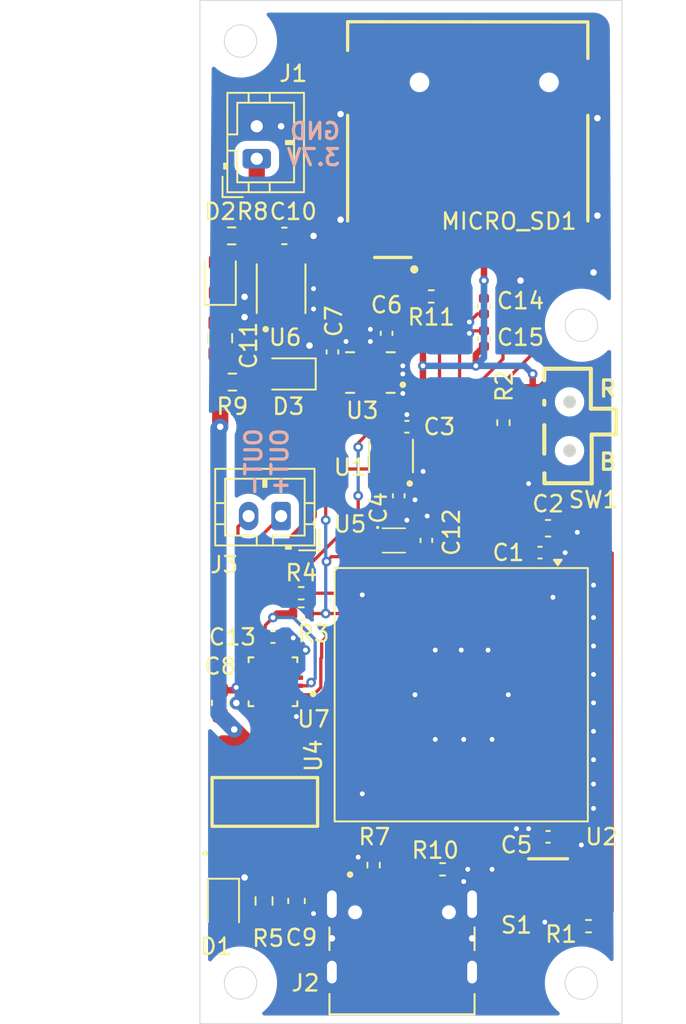
<source format=kicad_pcb>
(kicad_pcb (version 20241229) (generator "pcbnew") (generator_version "9.0")
  (layers (0 "F.Cu" signal) (2 "B.Cu" power) (13 "F.Paste" user) (15 "B.Paste" user) (5 "F.SilkS" user "F.Silkscreen") (7 "B.SilkS" user "B.Silkscreen") (1 "F.Mask" user) (3 "B.Mask" user) (25 "Edge.Cuts" user))
  (net 0 "")
  (net 1 "GND")
  (net 2 "+3.3V")
  (net 3 "/EN")
  (net 4 "Net-(J1-Pin_1)")
  (net 5 "Net-(D1-A)")
  (net 6 "Net-(D2-A)")
  (net 7 "Net-(D3-A)")
  (net 8 "/USB 5V")
  (net 9 "/D+")
  (net 10 "/D-")
  (net 13 "Net-(J2-CC1)")
  (net 14 "Net-(J2-CC2)")
  (net 15 "/OUT+")
  (net 16 "/OUT-")
  (net 17 "/MOSI")
  (net 20 "/SCK")
  (net 21 "/CD")
  (net 22 "/BOOT")
  (net 23 "Net-(SW1-B)")
  (net 27 "/IO14")
  (net 31 "/IO12")
  (net 43 "/IO13")
  (net 57 "/IO16")
  (net 58 "/IO15")
  (net 61 "/MISO")
  (footprint "Capacitor_SMD:C_0402_1005Metric" (layer "F.Cu") (at 153.75 65 180)
    (property "Reference" "C3")
    (property "Value" "100nF")
  )
  (footprint "Capacitor_SMD:C_0603_1608Metric" (layer "F.Cu") (at 162.45 71.25 180)
    (property "Reference" "C2")
    (property "Value" "10uF")
  )
  (footprint "Capacitor_SMD:C_0603_1608Metric" (layer "F.Cu") (at 142.25 82 90)
    (property "Reference" "C8")
    (property "Value" "10uF")
  )
  (footprint "Resistor_SMD:R_0402_1005Metric" (layer "F.Cu") (at 164.94 95.75)
    (property "Reference" "R1")
    (property "Value" "10k")
  )
  (footprint "2FOOTPRINTS:SHT4X" (layer "F.Cu") (at 152.95 72)
    (property "Reference" "U5")
    (property "Value" "SHT40-AD1B-R3")
  )
  (footprint "Capacitor_SMD:C_0603_1608Metric" (layer "F.Cu") (at 146.95 94.2 -90)
    (property "Reference" "C9")
    (property "Value" "10uF")
  )
  (footprint "LED_SMD:LED_0805_2012Metric" (layer "F.Cu") (at 142.45 94.5125 -90)
    (property "Reference" "D1")
    (property "Value" "LED")
  )
  (footprint "2FOOTPRINTS:XDCR_BMP280" (layer "F.Cu") (at 152.775 66.8 -90)
    (property "Reference" "U1")
    (property "Value" "BMP280")
  )
  (footprint "Resistor_SMD:R_0603_1608Metric" (layer "F.Cu") (at 142.95 53.25 180)
    (property "Reference" "R8")
    (property "Value" "220")
  )
  (footprint "RF_Module:ESP32-S2-MINI-1U" (layer "F.Cu") (at 157.1 81.5 -90)
    (property "Reference" "U2")
    (property "Value" "ESP32-S3-MINI-1U-N8")
  )
  (footprint "2FOOTPRINTS:XDCR_LSM6DSO32TR" (layer "F.Cu") (at 151.5 61.6625 180)
    (property "Reference" "U3")
    (property "Value" "LSM6DSO32TR")
  )
  (footprint "Capacitor_SMD:C_0402_1005Metric" (layer "F.Cu") (at 162.45 90.25)
    (property "Reference" "C5")
    (property "Value" "100nF")
  )
  (footprint "TYPE-C_16PIN_2MD__073_:SHOUHAN_TYPE-C_16PIN_2MD__073_" (layer "F.Cu") (at 153.45 97.5)
    (property "Reference" "J2")
    (property "Value" "C393939")
  )
  (footprint "Resistor_SMD:R_0402_1005Metric" (layer "F.Cu") (at 147.24 76.5)
    (property "Reference" "R3")
    (property "Value" "4k7")
  )
  (footprint "Capacitor_SMD:C_0402_1005Metric" (layer "F.Cu") (at 149.1625 60.3925 90)
    (property "Reference" "C7")
    (property "Value" "100nF")
  )
  (footprint "Capacitor_SMD:C_0402_1005Metric" (layer "F.Cu") (at 158.5 57.5762 90)
    (property "Reference" "C14")
    (property "Value" "100nF")
  )
  (footprint "Resistor_SMD:R_0402_1005Metric" (layer "F.Cu") (at 155.95 92.25)
    (property "Reference" "R10")
    (property "Value" "5k1")
  )
  (footprint "2FOOTPRINTS:TF-01A" (layer "F.Cu") (at 157.5 47.3262 180)
    (property "Reference" "MICRO_SD1")
    (property "Value" "C91145")
  )
  (footprint "Capacitor_SMD:C_0402_1005Metric" (layer "F.Cu") (at 158.5 59.5762 -90)
    (property "Reference" "C15")
    (property "Value" "1uF")
  )
  (footprint "2FOOTPRINTS:SW-SMD_SSSS810701" (layer "F.Cu") (at 161.770784 65.022284 90)
    (property "Reference" "SW1")
    (property "Value" "SSSS810701")
    (fp_poly (pts (xy -1.053422 1.94779) (xy -1.080448 1.846927) (xy -1.132659 1.756495) (xy -1.206495 1.682659) (xy -1.296927 1.630448) (xy -1.39779 1.603422) (xy -1.50221 1.603422) (xy -1.603073 1.630448) (xy -1.693505 1.682659) (xy -1.767341 1.756495) (xy -1.819552 1.846927) (xy -1.846578 1.94779) (xy -1.846578 2.05221) (xy -1.819552 2.153073) (xy -1.767341 2.243505) (xy -1.693505 2.317341) (xy -1.603073 2.369552) (xy -1.50221 2.396578) (xy -1.39779 2.396578) (xy -1.296927 2.369552) (xy -1.206495 2.317341) (xy -1.132659 2.243505) (xy -1.080448 2.153073) (xy -1.053422 2.05221)) (fill yes) (layer "Edge.Cuts"))
    (fp_poly (pts (xy 1.949078 1.95079) (xy 1.922052 1.849927) (xy 1.869841 1.759495) (xy 1.796005 1.685659) (xy 1.705573 1.633448) (xy 1.60471 1.606422) (xy 1.50029 1.606422) (xy 1.399427 1.633448) (xy 1.308995 1.685659) (xy 1.235159 1.759495) (xy 1.182948 1.849927) (xy 1.155922 1.95079) (xy 1.155922 2.05521) (xy 1.182948 2.156073) (xy 1.235159 2.246505) (xy 1.308995 2.320341) (xy 1.399427 2.372552) (xy 1.50029 2.399578) (xy 1.60471 2.399578) (xy 1.705573 2.372552) (xy 1.796005 2.320341) (xy 1.869841 2.246505) (xy 1.922052 2.156073) (xy 1.949078 2.05521)) (fill yes) (layer "Edge.Cuts"))
  )
  (footprint "2FOOTPRINTS:QFN50P300X300X80-17N" (layer "F.Cu") (at 145.5 80.7 180)
    (property "Reference" "U7")
    (property "Value" "MAX98357AETE_T")
  )
  (footprint "Resistor_SMD:R_0603_1608Metric" (layer "F.Cu") (at 143 62.25)
    (property "Reference" "R9")
    (property "Value" "220")
  )
  (footprint "2FOOTPRINTS:SOT230P700X180-4N" (layer "F.Cu") (at 145 88.1 90)
    (property "Reference" "U4")
    (property "Value" "LD1117S33TR")
  )
  (footprint "Resistor_SMD:R_0402_1005Metric" (layer "F.Cu") (at 159.7 64.75 -90)
    (property "Reference" "R2")
    (property "Value" "10k")
  )
  (footprint "Capacitor_SMD:C_0402_1005Metric" (layer "F.Cu") (at 145.5 77.95)
    (property "Reference" "C13")
    (property "Value" "100nF")
  )
  (footprint "Connector_JST:JST_PH_B2B-PH-K_1x02_P2.00mm_Vertical" (layer "F.Cu") (at 144.5 48.5 90)
    (property "Reference" "J1")
    (property "Value" "B2B-PH-K-S(LF)(SN)")
  )
  (footprint "Resistor_SMD:R_0402_1005Metric" (layer "F.Cu") (at 151.7 91.99 -90)
    (property "Reference" "R7")
    (property "Value" "5k1")
  )
  (footprint "Capacitor_SMD:C_0402_1005Metric" (layer "F.Cu") (at 153.25 69.25 -90)
    (property "Reference" "C4")
    (property "Value" "100nF")
  )
  (footprint "Resistor_SMD:R_0402_1005Metric" (layer "F.Cu") (at 155.25 56.9762)
    (property "Reference" "R11")
    (property "Value" "10k")
  )
  (footprint "LED_SMD:LED_0805_2012Metric" (layer "F.Cu") (at 146.45 61.75 180)
    (property "Reference" "D3")
    (property "Value" "LED")
  )
  (footprint "Resistor_SMD:R_0402_1005Metric" (layer "F.Cu") (at 147.24 75.25)
    (property "Reference" "R4")
    (property "Value" "4k7")
  )
  (footprint "Capacitor_SMD:C_0603_1608Metric" (layer "F.Cu") (at 146.2 53.25 180)
    (property "Reference" "C10")
    (property "Value" "10uF")
  )
  (footprint "Capacitor_SMD:C_0402_1005Metric" (layer "F.Cu") (at 154.95 72 90)
    (property "Reference" "C12")
    (property "Value" "100nF")
  )
  (footprint "Connector_JST:JST_PH_B2B-PH-K_1x02_P2.00mm_Vertical" (layer "F.Cu") (at 146 70.5 180)
    (property "Reference" "J3")
    (property "Value" "B2B-PH-K-S(LF)(SN)")
  )
  (footprint "Capacitor_SMD:C_0402_1005Metric" (layer "F.Cu") (at 152.5 59.25 90)
    (property "Reference" "C6")
    (property "Value" "100nF")
  )
  (footprint "Resistor_SMD:R_0603_1608Metric" (layer "F.Cu") (at 144.95 94.2 -90)
    (property "Reference" "R5")
    (property "Value" "330")
  )
  (footprint "Capacitor_SMD:C_0805_2012Metric" (layer "F.Cu") (at 142.25 59.55 -90)
    (property "Reference" "C11")
    (property "Value" "22uF")
  )
  (footprint "Capacitor_SMD:C_0402_1005Metric" (layer "F.Cu") (at 161.95 72.75 180)
    (property "Reference" "C1")
    (property "Value" "100nF")
  )
  (footprint "2FOOTPRINTS:SW_KMR221GLFS" (layer "F.Cu") (at 162.45 93 180)
    (property "Reference" "S1")
    (property "Value" "KMR221GLFS")
  )
  (footprint "LED_SMD:LED_0805_2012Metric" (layer "F.Cu") (at 142.25 55.8125 90)
    (property "Reference" "D2")
    (property "Value" "LED")
  )
  (footprint "2FOOTPRINTS:SON95P300X300X100-7N" (layer "F.Cu") (at 146 56.5 90)
    (property "Reference" "U6")
    (property "Value" "LD39200PU33R")
  )
  (gr_circle (center 143.5 41.25) (end 143.5 40.25) (stroke (width 0.05)) (fill no) (layer "Edge.Cuts"))
  (gr_circle (center 143.5 99.25) (end 143.5 98.25) (stroke (width 0.05)) (fill no) (layer "Edge.Cuts"))
  (gr_circle (center 164.5 58.75) (end 164.5 57.75) (stroke (width 0.05)) (fill no) (layer "Edge.Cuts"))
  (gr_circle (center 164.5 99.25) (end 165.5 99.25) (stroke (width 0.05)) (fill no) (layer "Edge.Cuts"))
  (gr_rect (start 141 38.75) (end 167 101.75) (stroke (width 0.05)) (fill no) (layer "Edge.Cuts"))
  (gr_text "B" (at 165.5 67.75 0) (layer "F.SilkS") (effects (font (size 1 1) (thickness 0.2) (bold yes)) (justify left bottom)))
  (gr_text "R" (at 165.5 63.25 0) (layer "F.SilkS") (effects (font (size 1 1) (thickness 0.2) (bold yes)) (justify left bottom)))
  (gr_text "GND\n3.7V" (at 149.75 49 0) (layer "B.SilkS") (effects (font (size 1 1) (thickness 0.2) (bold yes)) (justify left bottom mirror)))
  (gr_text "OUT-\nOUT+" (at 146.5 65 90) (layer "B.SilkS") (effects (font (size 1 1) (thickness 0.2) (bold yes)) (justify left bottom mirror)))
  (segment (start 160.5 89.75) (end 161.25 89.75) (width 0.25) (layer "F.Cu") (net 1))
  (segment (start 143.4 58.6) (end 143.75 58.25) (width 0.4) (layer "F.Cu") (net 1))
  (segment (start 162.45 95.3) (end 162.25 95.5) (width 0.25) (layer "F.Cu") (net 1))
  (segment (start 145.75 80.95) (end 145.5 80.7) (width 0.2) (layer "F.Cu") (net 1))
  (segment (start 151.73 58.77) (end 151.5 59) (width 0.2) (layer "F.Cu") (net 1))
  (segment (start 153.5 61.75) (end 153.5 61.825) (width 0.2) (layer "F.Cu") (net 1))
  (segment (start 149.1625 59.9125) (end 149.8375 59.9125) (width 0.2) (layer "F.Cu") (net 1))
  (segment (start 157.7538 59.0962) (end 157.6 59.25) (width 0.2) (layer "F.Cu") (net 1))
  (segment (start 159.05 92.2) (end 159 92.25) (width 0.2) (layer "F.Cu") (net 1))
  (segment (start 153.5 61.825) (end 153.4125 61.9125) (width 0.2) (layer "F.Cu") (net 1))
  (segment (start 149.6638 44.0262) (end 149.6638 45.75) (width 1) (layer "F.Cu") (net 1))
  (segment (start 162.2 72.98) (end 162.43 72.75) (width 0.2) (layer "F.Cu") (net 1))
  (segment (start 151 60.75) (end 151 60) (width 0.2) (layer "F.Cu") (net 1))
  (segment (start 147.8375 59.9125) (end 147.75 60) (width 0.2) (layer "F.Cu") (net 1))
  (segment (start 165.4886 44.0262) (end 165.4886 46) (width 1) (layer "F.Cu") (net 1))
  (segment (start 159 84.25) (end 158.75 84) (width 0.4) (layer "F.Cu") (net 1))
  (segment (start 157.25 93) (end 157.25 92.5) (width 0.2) (layer "F.Cu") (net 1))
  (segment (start 143.5 56.75) (end 143.75 57) (width 0.4) (layer "F.Cu") (net 1))
  (segment (start 160.7702 54.5) (end 160.7702 55.9798) (width 0.2) (layer "F.Cu") (net 1))
  (segment (start 161.35 88.5) (end 161.35 89.65) (width 0.2) (layer "F.Cu") (net 1))
  (segment (start 164.0702 54.5) (end 164.25 54.5) (width 0.4) (layer "F.Cu") (net 1))
  (segment (start 160.5 88.5) (end 160.5 89.75) (width 0.25) (layer "F.Cu") (net 1))
  (segment (start 155.45 78.8) (end 155.5 78.75) (width 0.4) (layer "F.Cu") (net 1))
  (segment (start 151.7 91.48) (end 150.77 91.48) (width 0.2) (layer "F.Cu") (net 1))
  (segment (start 156.65 93.83) (end 156.65 93.6) (width 0.2) (layer "F.Cu") (net 1))
  (segment (start 153.65 71.6) (end 153.65 70.85) (width 0.2) (layer "F.Cu") (net 1))
  (segment (start 158.75 83.15) (end 155.45 83.15) (width 0.4) (layer "F.Cu") (net 1))
  (segment (start 146.03 78) (end 145.98 77.95) (width 0.2) (layer "F.Cu") (net 1))
  (segment (start 145.75 82.135) (end 145.75 82.596842) (width 0.2) (layer "F.Cu") (net 1))
  (segment (start 146.95 94.975) (end 148 94.975) (width 0.4) (layer "F.Cu") (net 1))
  (segment (start 150.1 74.5) (end 150.149998 74.5) (width 0.2) (layer "F.Cu") (net 1))
  (segment (start 158.5 58.0562) (end 158.093065 58.0562) (width 0.2) (layer "F.Cu") (net 1))
  (segment (start 162.43 72.75) (end 163.5 72.75) (width 0.2) (layer "F.Cu") (net 1))
  (segment (start 154.95 70.55) (end 155 70.5) (width 0.2) (layer "F.Cu") (net 1))
  (segment (start 149.6638 52.25) (end 149.6638 52.9512) (width 1) (layer "F.Cu") (net 1))
  (segment (start 155.45 79.85) (end 155.45 78.8) (width 0.4) (layer "F.Cu") (net 1))
  (segment (start 161.35 88.5) (end 161.35 88.3) (width 0.2) (layer "F.Cu") (net 1))
  (segment (start 158.093065 58.0562) (end 157.6 58.549265) (width 0.2) (layer "F.Cu") (net 1))
  (segment (start 154.75 70.25) (end 154.25 70.25) (width 0.2) (layer "F.Cu") (net 1))
  (segment (start 161.35 89.65) (end 161.25 89.75) (width 0.2) (layer "F.Cu") (net 1))
  (segment (start 154.25 70.25) (end 153.75 70.75) (width 0.2) (layer "F.Cu") (net 1))
  (segment (start 165.4886 46) (end 165.4886 52) (width 1) (layer "F.Cu") (net 1))
  (segment (start 157.25 93) (end 157.25 93.875) (width 0.2) (layer "F.Cu") (net 1))
  (segment (start 146.935 79.315) (end 147.5 78.75) (width 0.2) (layer "F.Cu") (net 1))
  (segment (start 164.1 74.5) (end 163.05 74.5) (width 0.2) (layer "F.Cu") (net 1))
  (segment (start 163.225 71.25) (end 163.225 72.475) (width 0.2) (layer "F.Cu") (net 1))
  (segment (start 149.8375 59.9125) (end 150 59.75) (width 0.2) (layer "F.Cu") (net 1))
  (segment (start 153.4125 61.9125) (end 152.6625 61.9125) (width 0.2) (layer "F.Cu") (net 1))
  (segment (start 153.25 69.73) (end 154.02 69.73) (width 0.2) (layer "F.Cu") (net 1))
  (segment (start 142.25 81.225) (end 143.061432 81.225) (width 0.4) (layer "F.Cu") (net 1))
  (segment (start 144.5 46.5) (end 146 46.5) (width 1) (layer "F.Cu") (net 1))
  (segment (start 155.45 83.15) (end 155.45 79.85) (width 0.4) (layer "F.Cu") (net 1))
  (segment (start 146.75 46.5) (end 148.9138 46.5) (width 1) (layer "F.Cu") (net 1))
  (segment (start 162.2 75.3) (end 162.2 74.5) (width 0.2) (layer "F.Cu") (net 1))
  (segment (start 161.75 90.25) (end 161.25 89.75) (width 0.25) (layer "F.Cu") (net 1))
  (segment (start 158.75 81.5) (end 160 81.5) (width 0.4) (layer "F.Cu") (net 1))
  (segment (start 153.1 65.17) (end 153.27 65) (width 0.2) (layer "F.Cu") (net 1))
  (segment (start 160.35 92.25) (end 160.4 92.2) (width 0.2) (layer "F.Cu") (net 1))
  (segment (start 144.065 80.95) (end 143.336432 80.95) (width 0.2) (layer "F.Cu") (net 1))
  (segment (start 143.236433 82.005891) (end 143.240268 82.009726) (width 0.2) (layer "F.Cu") (net 1))
  (segment (start 163.225 72.475) (end 163.5 72.75) (width 0.2) (layer "F.Cu") (net 1))
  (segment (start 154.95 71.52) (end 154.95 70.55) (width 0.2) (layer "F.Cu") (net 1))
  (segment (start 153.3375 61.4125) (end 153.5 61.25) (width 0.2) (layer "F.Cu") (net 1))
  (segment (start 164.5 92.2) (end 164.5 90.75) (width 0.25) (layer "F.Cu") (net 1))
  (segment (start 164.7148 54.5) (end 165.4886 53.7262) (width 0.4) (layer "F.Cu") (net 1))
  (segment (start 155 70.5) (end 154.75 70.25) (width 0.2) (layer "F.Cu") (net 1))
  (segment (start 155.45 81.5) (end 154.25 81.5) (width 0.4) (layer "F.Cu") (net 1))
  (segment (start 146.935 79.95) (end 146.935 80.45) (width 0.2) (layer "F.Cu") (net 1))
  (segment (start 147.3875 60.3625) (end 147.75 60) (width 0.4) (layer "F.Cu") (net 1))
  (segment (start 156.46 93.64) (end 156.65 93.83) (width 0.2) (layer "F.Cu") (net 1))
  (segment (start 153.1 66) (end 153.1 65.17) (width 0.2) (layer "F.Cu") (net 1))
  (segment (start 151.5 59) (end 151.5 59.75) (width 0.2) (layer "F.Cu") (net 1))
  (segment (start 151.5 60.75) (end 151.5 59.75) (width 0.2) (layer "F.Cu") (net 1))
  (segment (start 149.13 94.395) (end 149.13 96.5) (width 1) (layer "F.Cu") (net 1))
  (segment (start 150.77 91.48) (end 150.75 91.5) (width 0.2) (layer "F.Cu") (net 1))
  (segment (start 151 60.25) (end 151.5 59.75) (width 0.2) (layer "F.Cu") (net 1))
  (segment (start 150.149998 74.5) (end 151 75.350002) (width 0.2) (layer "F.Cu") (net 1))
  (segment (start 149.6638 45.75) (end 149.6638 52.25) (width 1) (layer "F.Cu") (net 1))
  (segment (start 152.6625 61.4125) (end 153.3375 61.4125) (width 0.2) (layer "F.Cu") (net 1))
  (segment (start 163.05 75.2) (end 162.75 75.5) (width 0.2) (layer "F.Cu") (net 1))
  (segment (start 146 56.5) (end 148 56.5) (width 0.2) (layer "F.Cu") (net 1))
  (segment (start 155.45 84.2) (end 155.5 84.25) (width 0.4) (layer "F.Cu") (net 1))
  (segment (start 150.1 88.499998) (end 151 87.599998) (width 0.2) (layer "F.Cu") (net 1))
  (segment (start 148 53.25) (end 148.6638 53.25) (width 1) (layer "F.Cu") (net 1))
  (segment (start 146.009158 82.856) (end 146.92967 82.856) (width 0.2) (layer "F.Cu") (net 1))
  (segment (start 162.45 94.425) (end 162.45 95.3) (width 0.25) (layer "F.Cu") (net 1))
  (segment (start 158.75 79.85) (end 158.75 83.15) (width 0.4) (layer "F.Cu") (net 1))
  (segment (start 148.6638 53.25) (end 149.6638 52.25) (width 1) (layer "F.Cu") (net 1))
  (segment (start 153.5 62.95) (end 153.5 62.75) (width 0.2) (layer "F.Cu") (net 1))
  (segment (start 156.65 93.83) (end 157.205 93.83) (width 0.2) (layer "F.Cu") (net 1))
  (segment (start 145.75 82.596842) (end 146.009158 82.856) (width 0.2) (layer "F.Cu") (net 1))
  (segment (start 162.4 75.5) (end 162.2 75.3) (width 0.2) (layer "F.Cu") (net 1))
  (segment (start 142.925 93.575) (end 142.45 93.575) (width 0.4) (layer "F.Cu") (net 1))
  (segment (start 146.935 79.95) (end 146.935 79.315) (width 0.2) (layer "F.Cu") (net 1))
  (segment (start 151 60.75) (end 151 60.25) (width 0.2) (layer "F.Cu") (net 1))
  (segment (start 164.25 54.5) (end 165.25 55.5) (width 0.4) (layer "F.Cu") (net 1))
  (segment (start 157.25 93.875) (end 157.77 94.395) (width 0.2) (layer "F.Cu") (net 1))
  (segment (start 155.45 79.85) (end 158.75 79.85) (width 0.4) (layer "F.Cu") (net 1))
  (segment (start 157.25 92.5) (end 157.5 92.25) (width 0.2) (layer "F.Cu") (net 1))
  (segment (start 145.25 80.95) (end 144.065 80.95) (width 0.2) (layer "F.Cu") (net 1))
  (segment (start 149.13 96.5) (end 149.13 98.575) (width 1) (layer "F.Cu") (net 1))
  (segment (start 162.2 74.5) (end 163.05 74.5) (width 0.2) (layer "F.Cu") (net 1))
  (segment (start 150.1 88.5) (end 150.1 88.499998) (width 0.2) (layer "F.Cu") (net 1))
  (segment (start 143.236433 81.049999) (end 143.236433 82.005891) (width 0.2) (layer "F.Cu") (net 1))
  (segment (start 157.205 93.83) (end 157.77 94.395) (width 0.2) (layer "F.Cu") (net 1))
  (segment (start 149.695 93.83) (end 149.13 94.395) (width 0.4) (layer "F.Cu") (net 1))
  (segment (start 143.75 92.75) (end 142.7 91.7) (width 0.4) (layer "F.Cu") (net 1))
  (segment (start 158.5 59.0962) (end 157.7538 59.0962) (width 0.2) (layer "F.Cu") (net 1))
  (segment (start 149.1625 59.9125) (end 147.8375 59.9125) (width 0.2) (layer "F.Cu") (net 1))
  (segment (start 160.7702 55.9798) (end 160.75 56) (width 0.2) (layer "F.Cu") (net 1))
  (segment (start 161.97 90.25) (end 161.75 90.25) (width 0.25) (layer "F.Cu") (net 1))
  (segment (start 164.0702 54.5) (end 164.7148 54.5) (width 0.4) (layer "F.Cu") (net 1))
  (segment (start 163.225 71.25) (end 164 71.25) (width 0.2) (layer "F.Cu") (net 1))
  (segment (start 157.1 83.15) (end 157.1 84.1) (width 0.4) (layer "F.Cu") (net 1))
  (segment (start 161.770784 67.272284) (end 161.770784 67.979216) (width 0.2) (layer "F.Cu") (net 1))
  (segment (start 164 71.25) (end 164.25 71.5) (width 0.2) (layer "F.Cu") (net 1))
  (segment (start 148.55 94.975) (end 149.13 94.395) (width 0.4) (layer "F.Cu") (net 1))
  (segment (start 142.7 91.7) (end 142.7 91) (width 0.4) (layer "F.Cu") (net 1))
  (segment (start 154.95 71.52) (end 153.73 71.52) (width 0.2) (layer "F.Cu") (net 1))
  (segment (start 161.770784 67.979216) (end 161.25 68.5) (width 0.2) (layer "F.Cu") (net 1))
  (segment (start 142.25 58.6) (end 143.4 58.6) (width 0.4) (layer "F.Cu") (net 1))
  (segment (start 146.7 77.95) (end 147.5 78.75) (width 0.2) (layer "F.Cu") (net 1))
  (segment (start 158.75 84) (end 158.75 83.15) (width 0.4) (layer "F.Cu") (net 1))
  (segment (start 165.4886 52) (end 165.4886 53.7262) (width 1) (layer "F.Cu") (net 1))
  (segment (start 147.815 57.935) (end 148 57.75) (width 0.2) (layer "F.Cu") (net 1))
  (segment (start 146 46.5) (end 146.75 46.5) (width 1) (layer "F.Cu") (net 1))
  (segment (start 150 59.75) (end 150.75 59.75) (width 0.2) (layer "F.Cu") (net 1))
  (segment (start 150.25 93.83) (end 149.695 93.83) (width 0.4) (layer "F.Cu") (net 1))
  (segment (start 145.75 80.45) (end 146.935 80.45) (width 0.2) (layer "F.Cu") (net 1))
  (segment (start 154.6 67.6) (end 154.75 67.75) (width 0.2) (layer "F.Cu") (net 1))
  (segment (start 162.75 75.5) (end 162.4 75.5) (width 0.2) (layer "F.Cu") (net 1))
  (segment (start 157.1 84.1) (end 157.25 84.25) (width 0.4) (layer "F.Cu") (net 1))
  (segment (start 146.95 57.935) (end 147.815 57.935) (width 0.2) (layer "F.Cu") (net 1))
  (segment (start 143.75 58.25) (end 143.75 57) (width 0.4) (layer "F.Cu") (net 1))
  (segment (start 148 94.975) (end 148.55 94.975) (width 0.4) (layer "F.Cu") (net 1))
  (segment (start 145.5 80.7) (end 145.75 80.45) (width 0.2) (layer "F.Cu") (net 1))
  (segment (start 142.25 56.75) (end 143.5 56.75) (width 0.4) (layer "F.Cu") (net 1))
  (segment (start 149.6638 52.9512) (end 150.4388 53.7262) (width 1) (layer "F.Cu") (net 1))
  (segment (start 157.77 94.395) (end 157.77 96.5) (width 1) (layer "F.Cu") (net 1))
  (segment (start 153.75 64.25) (end 153.27 64.73) (width 0.2) (layer "F.Cu") (net 1))
  (segment (start 162.2 74.5) (end 162.2 72.98) (width 0.2) (layer "F.Cu") (net 1))
  (segment (start 157.1 79.85) (end 157.1 83.15) (width 0.4) (layer "F.Cu") (net 1))
  (segment (start 151 60) (end 150.75 59.75) (width 0.2) (layer "F.Cu") (net 1))
  (segment (start 145.75 82.135) (end 145.75 80.95) (width 0.2) (layer "F.Cu") (net 1))
  (segment (start 163.05 74.5) (end 163.05 75.2) (width 0.2) (layer "F.Cu") (net 1))
  (segment (start 153.75 67.6) (end 154.6 67.6) (width 0.2) (layer "F.Cu") (net 1))
  (segment (start 152.5 58.77) (end 151.73 58.77) (width 0.2) (layer "F.Cu") (net 1))
  (segment (start 153.27 64.73) (end 153.27 65) (width 0.2) (layer "F.Cu") (net 1))
  (segment (start 157.77 96.5) (end 157.77 98.575) (width 1) (layer "F.Cu") (net 1))
  (segment (start 153.5 62.75) (end 153.1625 62.4125) (width 0.2) (layer "F.Cu") (net 1))
  (segment (start 143.75 92.75) (end 142.925 93.575) (width 0.4) (layer "F.Cu") (net 1))
  (segment (start 147.3875 61.75) (end 147.3875 60.3625) (width 0.4) (layer "F.Cu") (net 1))
  (segment (start 155.45 81.5) (end 158.75 81.5) (width 0.4) (layer "F.Cu") (net 1))
  (segment (start 160.4 92.2) (end 159.05 92.2) (width 0.2) (layer "F.Cu") (net 1))
  (segment (start 143.336432 80.95) (end 143.236433 81.049999) (width 0.2) (layer "F.Cu") (net 1))
  (segment (start 154.02 69.73) (end 154.25 69.5) (width 0.2) (layer "F.Cu") (net 1))
  (segment (start 153.1625 62.4125) (end 152.6625 62.4125) (width 0.2) (layer "F.Cu") (net 1))
  (segment (start 143.061432 81.225) (end 143.236433 81.049999) (width 0.4) (layer "F.Cu") (net 1))
  (segment (start 156.46 92.25) (end 157.5 92.25) (width 0.2) (layer "F.Cu") (net 1))
  (segment (start 155.45 83.15) (end 155.45 84.2) (width 0.4) (layer "F.Cu") (net 1))
  (segment (start 151.5 59.75) (end 150.75 59.75) (width 0.2) (layer "F.Cu") (net 1))
  (segment (start 145.98 77.95) (end 146.7 77.95) (width 0.2) (layer "F.Cu") (net 1))
  (segment (start 146.975 53.25) (end 148 53.25) (width 1) (layer "F.Cu") (net 1))
  (segment (start 156.65 93.6) (end 157.25 93) (width 0.2) (layer "F.Cu") (net 1))
  (segment (start 153.65 70.85) (end 153.75 70.75) (width 0.2) (layer "F.Cu") (net 1))
  (segment (start 145.5 80.7) (end 145.25 80.95) (width 0.2) (layer "F.Cu") (net 1))
  (segment (start 146.92967 82.856) (end 146.942835 82.842835) (width 0.2) (layer "F.Cu") (net 1))
  (segment (start 158.75 79.85) (end 158.75 78.75) (width 0.4) (layer "F.Cu") (net 1))
  (segment (start 148.9138 46.5) (end 149.6638 45.75) (width 1) (layer "F.Cu") (net 1))
  (segment (start 153.73 71.52) (end 153.65 71.6) (width 0.2) (layer "F.Cu") (net 1))
  (segment (start 157.1 78.75) (end 157.1 79.85) (width 0.4) (layer "F.Cu") (net 1))
  (segment (start 153.5 62.95) (end 153.5 61.25) (width 0.2) (layer "F.Cu") (net 1))
  (segment (start 157.6 59.25) (end 157.6 58.549265) (width 0.2) (layer "F.Cu") (net 1))
  (via (at 161.25 68.5) (size 0.6) (drill 0.3) (layers "F.Cu" "B.Cu") (net 1))
  (via (at 143.75 58.25) (size 0.8) (drill 0.4) (layers "F.Cu" "B.Cu") (net 1))
  (via (at 143.236433 81.049999) (size 0.6) (drill 0.3) (layers "F.Cu" "B.Cu") (net 1))
  (via (at 165.25 76.75) (size 0.6) (drill 0.3) (layers "F.Cu" "B.Cu") (net 1))
  (via (at 159 92.25) (size 0.6) (drill 0.3) (layers "F.Cu" "B.Cu") (net 1))
  (via (at 148 94.975) (size 0.6) (drill 0.3) (layers "F.Cu" "B.Cu") (net 1))
  (via (at 153.5 61.25) (size 0.6) (drill 0.3) (layers "F.Cu" "B.Cu") (net 1))
  (via (at 160.75 56) (size 0.8) (drill 0.4) (layers "F.Cu" "B.Cu") (net 1))
  (via (at 150.75 91.5) (size 0.6) (drill 0.3) (layers "F.Cu" "B.Cu") (net 1))
  (via (at 165.4886 52) (size 0.8) (drill 0.4) (layers "F.Cu" "B.Cu") (net 1))
  (via (at 160 81.5) (size 0.6) (drill 0.3) (layers "F.Cu" "B.Cu") (net 1))
  (via (at 143.75 57) (size 0.8) (drill 0.4) (layers "F.Cu" "B.Cu") (net 1))
  (via (at 155 70.5) (size 0.6) (drill 0.3) (layers "F.Cu" "B.Cu") (net 1))
  (via (at 150 59.75) (size 0.6) (drill 0.3) (layers "F.Cu" "B.Cu") (net 1))
  (via (at 149.13 96.5) (size 0.8) (drill 0.4) (layers "F.Cu" "B.Cu") (net 1))
  (via (at 151 75.350002) (size 0.6) (drill 0.3) (layers "F.Cu" "B.Cu") (net 1))
  (via (at 154.25 69.5) (size 0.6) (drill 0.3) (layers "F.Cu" "B.Cu") (net 1))
  (via (at 158.75 78.75) (size 0.6) (drill 0.3) (layers "F.Cu" "B.Cu") (net 1))
  (via (at 146.942835 82.842835) (size 0.6) (drill 0.3) (layers "F.Cu" "B.Cu") (net 1))
  (via (at 148 53.25) (size 0.8) (drill 0.4) (layers "F.Cu" "B.Cu") (net 1))
  (via (at 157.5 92.25) (size 0.6) (drill 0.3) (layers "F.Cu" "B.Cu") (net 1))
  (via (at 148 57.75) (size 0.6) (drill 0.3) (layers "F.Cu" "B.Cu") (net 1))
  (via (at 143.75 92.75) (size 0.8) (drill 0.4) (layers "F.Cu" "B.Cu") (net 1))
  (via (at 164.25 71.5) (size 0.6) (drill 0.3) (layers "F.Cu" "B.Cu") (net 1))
  (via (at 165.25 55.5) (size 0.8) (drill 0.4) (layers "F.Cu" "B.Cu") (net 1))
  (via (at 155.5 84.25) (size 0.6) (drill 0.3) (layers "F.Cu" "B.Cu") (net 1))
  (via (at 165.25 78.5) (size 0.6) (drill 0.3) (layers "F.Cu" "B.Cu") (net 1))
  (via (at 157.6 58.549265) (size 0.6) (drill 0.3) (layers "F.Cu" "B.Cu") (net 1))
  (via (at 153.75 70.75) (size 0.6) (drill 0.3) (layers "F.Cu" "B.Cu") (net 1))
  (via (at 165.25 80.25) (size 0.6) (drill 0.3) (layers "F.Cu" "B.Cu") (net 1))
  (via (at 165.25 82) (size 0.6) (drill 0.3) (layers "F.Cu" "B.Cu") (net 1))
  (via (at 154.25 81.5) (size 0.6) (drill 0.3) (layers "F.Cu" "B.Cu") (net 1))
  (via (at 149.6638 45.75) (size 0.8) (drill 0.4) (layers "F.Cu" "B.Cu") (net 1))
  (via (at 153.75 64.25) (size 0.6) (drill 0.3) (layers "F.Cu" "B.Cu") (net 1))
  (via (at 157.25 84.25) (size 0.6) (drill 0.3) (layers "F.Cu" "B.Cu") (net 1))
  (via (at 147.5 78.75) (size 0.6) (drill 0.3) (layers "F.Cu" "B.Cu") (net 1))
  (via (at 165.25 87) (size 0.6) (drill 0.3) (layers "F.Cu" "B.Cu") (net 1))
  (via (at 148 56.5) (size 0.6) (drill 0.3) (layers "F.Cu" "B.Cu") (net 1))
  (via (at 157.25 93) (size 0.6) (drill 0.3) (layers "F.Cu" "B.Cu") (net 1))
  (via (at 157.6 59.25) (size 0.6) (drill 0.3) (layers "F.Cu" "B.Cu") (net 1))
  (via (at 165.25 74.75) (size 0.6) (drill 0.3) (layers "F.Cu" "B.Cu") (net 1))
  (via (at 157.1 78.75) (size 0.6) (drill 0.3) (layers "F.Cu" "B.Cu") (net 1))
  (via (at 165.25 85.5) (size 0.6) (drill 0.3) (layers "F.Cu" "B.Cu") (net 1))
  (via (at 157.77 96.5) (size 0.8) (drill 0.4) (layers "F.Cu" "B.Cu") (net 1))
  (via (at 161.25 89.75) (size 0.6) (drill 0.3) (layers "F.Cu" "B.Cu") (net 1))
  (via (at 159 84.25) (size 0.6) (drill 0.3) (layers "F.Cu" "B.Cu") (net 1))
  (via (at 151 87.599998) (size 0.6) (drill 0.3) (layers "F.Cu" "B.Cu") (net 1))
  (via (at 154.75 67.75) (size 0.6) (drill 0.3) (layers "F.Cu" "B.Cu") (net 1))
  (via (at 147.75 60) (size 0.8) (drill 0.4) (layers "F.Cu" "B.Cu") (net 1))
  (via (at 164.5 90.75) (size 0.6) (drill 0.3) (layers "F.Cu" "B.Cu") (net 1))
  (via (at 153.5 62.95) (size 0.6) (drill 0.3) (layers "F.Cu" "B.Cu") (net 1))
  (via (at 162.25 95.5) (size 0.6) (drill 0.3) (layers "F.Cu" "B.Cu") (net 1))
  (via (at 165.4886 46) (size 0.8) (drill 0.4) (layers "F.Cu" "B.Cu") (net 1))
  (via (at 163.5 72.75) (size 0.6) (drill 0.3) (layers "F.Cu" "B.Cu") (net 1))
  (via (at 165.25 88.5) (size 0.6) (drill 0.3) (layers "F.Cu" "B.Cu") (net 1))
  (via (at 160.5 89.75) (size 0.6) (drill 0.3) (layers "F.Cu" "B.Cu") (net 1))
  (via (at 143.240268 82.009726) (size 0.8) (drill 0.4) (layers "F.Cu" "B.Cu") (net 1))
  (via (at 151.5 59) (size 0.6) (drill 0.3) (layers "F.Cu" "B.Cu") (net 1))
  (via (at 146.75 78) (size 0.6) (drill 0.3) (layers "F.Cu" "B.Cu") (net 1))
  (via (at 165.25 83.75) (size 0.6) (drill 0.3) (layers "F.Cu" "B.Cu") (net 1))
  (via (at 162.75 75.5) (size 0.6) (drill 0.3) (layers "F.Cu" "B.Cu") (net 1))
  (via (at 146 46.5) (size 0.8) (drill 0.4) (layers "F.Cu" "B.Cu") (net 1))
  (via (at 149.6638 52.25) (size 0.8) (drill 0.4) (layers "F.Cu" "B.Cu") (net 1))
  (via (at 151.5 59.75) (size 0.6) (drill 0.3) (layers "F.Cu" "B.Cu") (net 1))
  (via (at 153.5 61.75) (size 0.6) (drill 0.3) (layers "F.Cu" "B.Cu") (net 1))
  (via (at 155.5 78.75) (size 0.6) (drill 0.3) (layers "F.Cu" "B.Cu") (net 1))
  (segment (start 146.73 76.5) (end 145.75 76.5) (width 0.4) (layer "F.Cu") (net 2))
  (segment (start 154.23 65) (end 154.73 64.5) (width 0.4) (layer "F.Cu") (net 2))
  (segment (start 161.5 62.5015) (end 161.770784 62.772284) (width 0.4) (layer "F.Cu") (net 2))
  (segment (start 151 62.575) (end 151 62.8145) (width 0.2) (layer "F.Cu") (net 2))
  (segment (start 154 56.9762) (end 154.74 56.9762) (width 0.8) (layer "F.Cu") (net 2))
  (segment (start 149.2025 60.9125) (end 149.1625 60.8725) (width 0.2) (layer "F.Cu") (net 2))
  (segment (start 146.73 75.25) (end 146.73 71.77) (width 0.4) (layer "F.Cu") (net 2))
  (segment (start 145.05 57.935) (end 146 57.935) (width 0.8) (layer "F.Cu") (net 2))
  (segment (start 163.599943 70) (end 161.5 70) (width 0.2) (layer "F.Cu") (net 2))
  (segment (start 149.749 62.8885) (end 149.55525 62.69475) (width 0.2) (layer "F.Cu") (net 2))
  (segment (start 152 60.75) (end 152 60.23) (width 0.2) (layer "F.Cu") (net 2))
  (segment (start 165.424971 71.825029) (end 166.399 72.799058) (width 0.2) (layer "F.Cu") (net 2))
  (segment (start 142.175 60.575) (end 142.25 60.5) (width 0.8) (layer "F.Cu") (net 2))
  (segment (start 145.25 79.265) (end 145.25 78.18) (width 0.2) (layer "F.Cu") (net 2))
  (segment (start 153.75 66) (end 154.23 65.52) (width 0.4) (layer "F.Cu") (net 2))
  (segment (start 150.3375 60.9125) (end 149.2025 60.9125) (width 0.2) (layer "F.Cu") (net 2))
  (segment (start 153.1 67.6) (end 153.1 68.62) (width 0.2) (layer "F.Cu") (net 2))
  (segment (start 158.5 54.5702) (end 158.5702 54.5) (width 0.4) (layer "F.Cu") (net 2))
  (segment (start 166.399 94.801) (end 165.45 95.75) (width 0.2) (layer "F.Cu") (net 2))
  (segment (start 154.87 72.4) (end 154.95 72.48) (width 0.2) (layer "F.Cu") (net 2))
  (segment (start 161.675 72.545) (end 161.47 72.75) (width 0.2) (layer "F.Cu") (net 2))
  (segment (start 155.68 71.75) (end 155.68 69.402) (width 0.2) (layer "F.Cu") (net 2))
  (segment (start 151 62.8145) (end 150.926 62.8885) (width 0.2) (layer "F.Cu") (net 2))
  (segment (start 154.23 65.52) (end 154.23 65) (width 0.4) (layer "F.Cu") (net 2))
  (segment (start 165.75 61.75) (end 165.75 70.25) (width 0.4) (layer "F.Cu") (net 2))
  (segment (start 150.926 62.8885) (end 149.749 62.8885) (width 0.2) (layer "F.Cu") (net 2))
  (segment (start 158 61.25) (end 158 60.5562) (width 0.4) (layer "F.Cu") (net 2))
  (segment (start 145.02 77.23) (end 145.5 76.75) (width 0.2) (layer "F.Cu") (net 2))
  (segment (start 146.73 71.77) (end 148 70.5) (width 0.4) (layer "F.Cu") (net 2))
  (segment (start 152.45 63.950057) (end 152.900057 63.5) (width 0.2) (layer "F.Cu") (net 2))
  (segment (start 161.47 72.75) (end 161.47 74.38) (width 0.2) (layer "F.Cu") (net 2))
  (segment (start 148 70.5) (end 148 63.226) (width 0.4) (layer "F.Cu") (net 2))
  (segment (start 142.25 60.5) (end 142.975 60.5) (width 0.8) (layer "F.Cu") (net 2))
  (segment (start 152.900057 63.5) (end 154.74 63.5) (width 0.2) (layer "F.Cu") (net 2))
  (segment (start 145.25 78.18) (end 145.02 77.95) (width 0.2) (layer "F.Cu") (net 2))
  (segment (start 145.02 77.95) (end 145.02 77.23) (width 0.2) (layer "F.Cu") (net 2))
  (segment (start 149.55525 62.69475) (end 149.1625 62.302) (width 0.2) (layer "F.Cu") (net 2))
  (segment (start 148 63.226) (end 147.9 63.126) (width 0.4) (layer "F.Cu") (net 2))
  (segment (start 146 57.935) (end 146 58.5) (width 0.8) (layer "F.Cu") (net 2))
  (segment (start 161.675 71.25) (end 161.675 72.545) (width 0.2) (layer "F.Cu") (net 2))
  (segment (start 142.8625 83.3875) (end 143.1125 83.6375) (width 1) (layer "F.Cu") (net 2))
  (segment (start 147.9 63.126) (end 143.051 63.126) (width 0.4) (layer "F.Cu") (net 2))
  (segment (start 161.47 74.38) (end 161.35 74.5) (width 0.2) (layer "F.Cu") (net 2))
  (segment (start 143.051 63.126) (end 142.175 62.25) (width 0.4) (layer "F.Cu") (net 2))
  (segment (start 146.935 80.95) (end 147.648 80.95) (width 0.2) (layer "F.Cu") (net 2))
  (segment (start 145.05 58.425) (end 145.05 57.935) (width 0.8) (layer "F.Cu") (net 2))
  (segment (start 148.3385 63.126) (end 149.1625 62.302) (width 0.4) (layer "F.Cu") (net 2))
  (segment (start 147.648 80.95) (end 147.848 80.75) (width 0.2) (layer "F.Cu") (net 2))
  (segment (start 149.1625 62.302) (end 149.1625 60.8725) (width 0.2) (layer "F.Cu") (net 2))
  (segment (start 144.75 78.22) (end 145.02 77.95) (width 0.2) (layer "F.Cu") (net 2))
  (segment (start 161.5 71.075) (end 161.675 71.25) (width 0.2) (layer "F.Cu") (net 2))
  (segment (start 158 60.5562) (end 158.5 60.0562) (width 0.4) (layer "F.Cu") (net 2))
  (segment (start 162.793068 61.75) (end 165.75 61.75) (width 0.4) (layer "F.Cu") (net 2))
  (segment (start 155.5 68.75) (end 155.5 65.25) (width 0.2) (layer "F.Cu") (net 2))
  (segment (start 142.975 60.5) (end 145.05 58.425) (width 0.8) (layer "F.Cu") (net 2))
  (segment (start 146 58.5) (end 146.499 58.999) (width 0.8) (layer "F.Cu") (net 2))
  (segment (start 155.5 65.25) (end 154.75 64.5) (width 0.2) (layer "F.Cu") (net 2))
  (segment (start 165.75 70.25) (end 164.870682 71.129318) (width 0.4) (layer "F.Cu") (net 2))
  (segment (start 142.25 65) (end 142.25 62.325) (width 1) (layer "F.Cu") (net 2))
  (segment (start 152 60.23) (end 152.5 59.73) (width 0.2) (layer "F.Cu") (net 2))
  (segment (start 153.25 68.77) (end 155.48 68.77) (width 0.2) (layer "F.Cu") (net 2))
  (segment (start 154.74 64.49) (end 154.74 61.25) (width 0.4) (layer "F.Cu") (net 2))
  (segment (start 154.73 64.5) (end 154.75 64.5) (width 0.4) (layer "F.Cu") (net 2))
  (segment (start 145 85.2) (end 144.675 85.2) (width 1) (layer "F.Cu") (net 2))
  (segment (start 155.48 68.77) (end 155.5 68.75) (width 0.2) (layer "F.Cu") (net 2))
  (segment (start 149.476793 58.999) (end 151.499593 56.9762) (width 0.8) (layer "F.Cu") (net 2))
  (segment (start 154.75 64.5) (end 154.74 64.49) (width 0.4) (layer "F.Cu") (net 2))
  (segment (start 155.5 69.222) (end 155.5 68.75) (width 0.2) (layer "F.Cu") (net 2))
  (segment (start 142.25 62.325) (end 142.175 62.25) (width 1) (layer "F.Cu") (net 2))
  (segment (start 154.74 61.25) (end 154.74 59.75) (width 0.4) (layer "F.Cu") (net 2))
  (segment (start 145 91) (end 145 85.2) (width 1) (layer "F.Cu") (net 2))
  (segment (start 146.499 58.999) (end 149 58.999) (width 0.8) (layer "F.Cu") (net 2))
  (segment (start 154.95 72.48) (end 155.68 71.75) (width 0.2) (layer "F.Cu") (net 2))
  (segment (start 142.175 62.25) (end 142.175 60.575) (width 0.8) (layer "F.Cu") (net 2))
  (segment (start 152.5 59.73) (end 154.72 59.73) (width 0.2) (layer "F.Cu") (net 2))
  (segment (start 161.5 70) (end 161.5 71.075) (width 0.2) (layer "F.Cu") (net 2))
  (segment (start 161.5 61.75) (end 161.5 62.5015) (width 0.4) (layer "F.Cu") (net 2))
  (segment (start 166.399 72.799058) (end 166.399 94.801) (width 0.2) (layer "F.Cu") (net 2))
  (segment (start 153.65 72.4) (end 154.87 72.4) (width 0.2) (layer "F.Cu") (net 2))
  (segment (start 154.72 59.73) (end 154.74 59.75) (width 0.2) (layer "F.Cu") (net 2))
  (segment (start 152.45 66) (end 152.45 63.950057) (width 0.2) (layer "F.Cu") (net 2))
  (segment (start 165.424971 71.825029) (end 163.599943 70) (width 0.2) (layer "F.Cu") (net 2))
  (segment (start 144.75 79.265) (end 144.75 78.22) (width 0.2) (layer "F.Cu") (net 2))
  (segment (start 158.5 56) (end 158.5 54.5702) (width 0.4) (layer "F.Cu") (net 2))
  (segment (start 146.73 75.25) (end 146.73 76.5) (width 0.4) (layer "F.Cu") (net 2))
  (segment (start 149 58.999) (end 149.476793 58.999) (width 0.8) (layer "F.Cu") (net 2))
  (segment (start 154.74 59.75) (end 154.74 56.9762) (width 0.4) (layer "F.Cu") (net 2))
  (segment (start 145.75 76.5) (end 145.5 76.75) (width 0.4) (layer "F.Cu") (net 2))
  (segment (start 144.675 85.2) (end 142.8625 83.3875) (width 1) (layer "F.Cu") (net 2))
  (segment (start 151.499593 56.9762) (end 154 56.9762) (width 0.8) (layer "F.Cu") (net 2))
  (segment (start 158.5 56) (end 158.5 57.0962) (width 0.4) (layer "F.Cu") (net 2))
  (segment (start 147.9 63.126) (end 148.3385 63.126) (width 0.4) (layer "F.Cu") (net 2))
  (segment (start 155.68 69.402) (end 155.5 69.222) (width 0.2) (layer "F.Cu") (net 2))
  (segment (start 142.8625 83.3875) (end 142.25 82.775) (width 1) (layer "F.Cu") (net 2))
  (segment (start 153.1 68.62) (end 153.25 68.77) (width 0.2) (layer "F.Cu") (net 2))
  (segment (start 161.770784 62.772284) (end 162.793068 61.75) (width 0.4) (layer "F.Cu") (net 2))
  (via (at 142.25 65) (size 0.8) (drill 0.4) (layers "F.Cu" "B.Cu") (net 2))
  (via (at 143.1125 83.6375) (size 0.8) (drill 0.4) (layers "F.Cu" "B.Cu") (net 2))
  (via (at 158 61.25) (size 0.6) (drill 0.3) (layers "F.Cu" "B.Cu") (net 2))
  (via (at 147.848 80.75) (size 0.6) (drill 0.3) (layers "F.Cu" "B.Cu") (net 2))
  (via (at 145.5 76.75) (size 0.6) (drill 0.3) (layers "F.Cu" "B.Cu") (net 2))
  (via (at 161.5 61.75) (size 0.6) (drill 0.3) (layers "F.Cu" "B.Cu") (net 2))
  (via (at 154.74 61.25) (size 0.6) (drill 0.3) (layers "F.Cu" "B.Cu") (net 2))
  (via (at 158.5 56) (size 0.6) (drill 0.3) (layers "F.Cu" "B.Cu") (net 2))
  (segment (start 158 61.25) (end 161 61.25) (width 0.4) (layer "B.Cu") (net 2))
  (segment (start 147.75 77.75) (end 146.75 76.75) (width 0.2) (layer "B.Cu") (net 2))
  (segment (start 148.101 78.101) (end 147.75 77.75) (width 0.2) (layer "B.Cu") (net 2))
  (segment (start 146.75 76.75) (end 145.5 76.75) (width 0.2) (layer "B.Cu") (net 2))
  (segment (start 143.1125 83.6375) (end 142.139268 82.664268) (width 1) (layer "B.Cu") (net 2))
  (segment (start 142.139268 82.664268) (end 142.139268 65.110732) (width 1) (layer "B.Cu") (net 2))
  (segment (start 148.101 80.497) (end 148.101 78.101) (width 0.2) (layer "B.Cu") (net 2))
  (segment (start 161 61.25) (end 161.5 61.75) (width 0.4) (layer "B.Cu") (net 2))
  (segment (start 154.74 61.25) (end 158 61.25) (width 0.4) (layer "B.Cu") (net 2))
  (segment (start 142.139268 65.110732) (end 142.25 65) (width 1) (layer "B.Cu") (net 2))
  (segment (start 147.848 80.75) (end 148.101 80.497) (width 0.2) (layer "B.Cu") (net 2))
  (segment (start 158.5 60.75) (end 158.5 56) (width 0.4) (layer "B.Cu") (net 2))
  (segment (start 158 61.25) (end 158.5 60.75) (width 0.4) (layer "B.Cu") (net 2))
  (segment (start 162.75 93.724) (end 162.93 93.544) (width 0.25) (layer "F.Cu") (net 3))
  (segment (start 163.05 90.13) (end 162.93 90.25) (width 0.2) (layer "F.Cu") (net 3))
  (segment (start 164.5 93.8) (end 164.5 95.68) (width 0.25) (layer "F.Cu") (net 3))
  (segment (start 162.75 93.724) (end 160.476 93.724) (width 0.25) (layer "F.Cu") (net 3))
  (segment (start 162.93 90.25) (end 162.93 88.62) (width 0.2) (layer "F.Cu") (net 3))
  (segment (start 164.5 93.8) (end 164.424 93.724) (width 0.25) (layer "F.Cu") (net 3))
  (segment (start 164.424 93.724) (end 162.75 93.724) (width 0.25) (layer "F.Cu") (net 3))
  (segment (start 162.93 88.62) (end 163.05 88.5) (width 0.2) (layer "F.Cu") (net 3))
  (segment (start 160.476 93.724) (end 160.4 93.8) (width 0.25) (layer "F.Cu") (net 3))
  (segment (start 162.93 93.544) (end 162.93 90.25) (width 0.25) (layer "F.Cu") (net 3))
  (segment (start 164.5 95.68) (end 164.43 95.75) (width 0.25) (layer "F.Cu") (net 3))
  (segment (start 144.5 52.325) (end 145.425 53.25) (width 1) (layer "F.Cu") (net 4))
  (segment (start 143.775 53.25) (end 145.425 53.25) (width 1) (layer "F.Cu") (net 4))
  (segment (start 144.5 48.5) (end 144.5 52.325) (width 1) (layer "F.Cu") (net 4))
  (segment (start 143.775 53.25) (end 143.775 53.05) (width 1) (layer "F.Cu") (net 4))
  (segment (start 145.425 53.25) (end 145.425 54.69) (width 1) (layer "F.Cu") (net 4))
  (segment (start 145.425 54.69) (end 145.131 54.984) (width 1) (layer "F.Cu") (net 4))
  (segment (start 145.131 54.984) (end 146 54.984) (width 1) (layer "F.Cu") (net 4))
  (segment (start 143.775 53.05) (end 144.5 52.325) (width 1) (layer "F.Cu") (net 4))
  (segment (start 144.525 95.45) (end 144.95 95.025) (width 0.4) (layer "F.Cu") (net 5))
  (segment (start 142.45 95.45) (end 144.525 95.45) (width 0.4) (layer "F.Cu") (net 5))
  (segment (start 142.25 54.875) (end 142.25 54.775) (width 0.4) (layer "F.Cu") (net 6))
  (segment (start 142.125 54.75) (end 142.25 54.875) (width 0.4) (layer "F.Cu") (net 6))
  (segment (start 142.125 53.25) (end 142.125 54.75) (width 0.4) (layer "F.Cu") (net 6))
  (segment (start 144.325 61.75) (end 143.825 62.25) (width 0.4) (layer "F.Cu") (net 7))
  (segment (start 145.5125 61.75) (end 144.325 61.75) (width 0.4) (layer "F.Cu") (net 7))
  (segment (start 145.825 61.4375) (end 145.5125 61.75) (width 0.4) (layer "F.Cu") (net 7))
  (segment (start 151.05 93.83) (end 151.05 92.953) (width 0.4) (layer "F.Cu") (net 8))
  (segment (start 146.9 93.375) (end 146.95 93.425) (width 0.6) (layer "F.Cu") (net 8))
  (segment (start 151.05 94.499702) (end 151.05 93.83) (width 0.4) (layer "F.Cu") (net 8))
  (segment (start 144.95 93.375) (end 146.9 93.375) (width 0.6) (layer "F.Cu") (net 8))
  (segment (start 147.3 93.075) (end 146.95 93.425) (width 0.6) (layer "F.Cu") (net 8))
  (segment (start 155.85 94.499702) (end 155.142702 95.207) (width 0.4) (layer "F.Cu") (net 8))
  (segment (start 151.757298 95.207) (end 151.05 94.499702) (width 0.4) (layer "F.Cu") (net 8))
  (segment (start 151.05 92.953) (end 150.951 92.854) (width 0.4) (layer "F.Cu") (net 8))
  (segment (start 155.85 93.83) (end 155.85 94.499702) (width 0.4) (layer "F.Cu") (net 8))
  (segment (start 155.142702 95.207) (end 151.757298 95.207) (width 0.4) (layer "F.Cu") (net 8))
  (segment (start 147.521 92.854) (end 146.95 93.425) (width 0.4) (layer "F.Cu") (net 8))
  (segment (start 147.3 91) (end 147.3 93.075) (width 0.6) (layer "F.Cu") (net 8))
  (segment (start 150.951 92.854) (end 147.521 92.854) (width 0.4) (layer "F.Cu") (net 8))
  (segment (start 152.998563 90.307516) (end 152.96462 90.341456) (width 0.2) (layer "F.Cu") (net 9))
  (segment (start 149.748 82.35) (end 149.399 82.699) (width 0.2) (layer "F.Cu") (net 9))
  (segment (start 149.399 89.201) (end 151.151 89.201) (width 0.2) (layer "F.Cu") (net 9))
  (segment (start 152.830272 89.466059) (end 152.998563 89.63435) (width 0.2) (layer "F.Cu") (net 9))
  (segment (start 153.2 92.75) (end 153.2 91.58) (width 0.2) (layer "F.Cu") (net 9))
  (segment (start 150.1 82.35) (end 149.748 82.35) (width 0.2) (layer "F.Cu") (net 9))
  (segment (start 153.2 91.25) (end 153.2 91.58) (width 0.2) (layer "F.Cu") (net 9))
  (segment (start 154.2 93.003) (end 153.947 92.75) (width 0.2) (layer "F.Cu") (net 9))
  (segment (start 149.399 82.699) (end 149.399 89.201) (width 0.2) (layer "F.Cu") (net 9))
  (segment (start 152.123166 89.500001) (end 152.157106 89.466058) (width 0.2) (layer "F.Cu") (net 9))
  (segment (start 153.2 93.83) (end 153.2 92.75) (width 0.2) (layer "F.Cu") (net 9))
  (segment (start 153.132914 91.182914) (end 153.2 91.25) (width 0.2) (layer "F.Cu") (net 9))
  (segment (start 152.964621 91.014622) (end 153.132914 91.182914) (width 0.2) (layer "F.Cu") (net 9))
  (segment (start 153.947 92.75) (end 153.2 92.75) (width 0.2) (layer "F.Cu") (net 9))
  (segment (start 151.151 89.201) (end 151.45 89.5) (width 0.2) (layer "F.Cu") (net 9))
  (segment (start 154.2 93.83) (end 154.2 93.003) (width 0.2) (layer "F.Cu") (net 9))
  (arc (start 152.157106 89.466058) (mid 152.493689 89.326642) (end 152.830272 89.466059) (width 0.2) (layer "F.Cu") (net 9))
  (arc (start 152.998563 89.63435) (mid 153.13798 89.970933) (end 152.998563 90.307516) (width 0.2) (layer "F.Cu") (net 9))
  (arc (start 151.45 89.5) (mid 151.786583 89.639417) (end 152.123166 89.500001) (width 0.2) (layer "F.Cu") (net 9))
  (arc (start 152.96462 90.341456) (mid 152.825204 90.678039) (end 152.964621 91.014622) (width 0.2) (layer "F.Cu") (net 9))
  (segment (start 152.7 93.83) (end 152.7 91.3201) (width 0.2) (layer "F.Cu") (net 10))
  (segment (start 153.651 94.706) (end 153.7 94.657) (width 0.2) (layer "F.Cu") (net 10))
  (segment (start 149.748 81.5) (end 150.1 81.5) (width 0.2) (layer "F.Cu") (net 10))
  (segment (start 148.998 89.3671) (end 148.998 82.25) (width 0.2) (layer "F.Cu") (net 10))
  (segment (start 149.898415 89.602) (end 149.2329 89.602) (width 0.2) (layer "F.Cu") (net 10))
  (segment (start 148.998 82.25) (end 149.748 81.5) (width 0.2) (layer "F.Cu") (net 10))
  (segment (start 152.7 91.3201) (end 151.854603 90.474703) (width 0.2) (layer "F.Cu") (net 10))
  (segment (start 149.2329 89.602) (end 148.998 89.3671) (width 0.2) (layer "F.Cu") (net 10))
  (segment (start 152.7 93.83) (end 152.7 94.657) (width 0.2) (layer "F.Cu") (net 10))
  (segment (start 150.9819 89.602) (end 149.898415 89.602) (width 0.2) (layer "F.Cu") (net 10))
  (segment (start 152.749 94.706) (end 153.651 94.706) (width 0.2) (layer "F.Cu") (net 10))
  (segment (start 152.7 94.657) (end 152.749 94.706) (width 0.2) (layer "F.Cu") (net 10))
  (segment (start 153.7 94.657) (end 153.7 93.83) (width 0.2) (layer "F.Cu") (net 10))
  (segment (start 151.854603 90.474703) (end 150.9819 89.602) (width 0.2) (layer "F.Cu") (net 10))
  (segment (start 152.2 93) (end 152.2 93.83) (width 0.2) (layer "F.Cu") (net 13))
  (segment (start 151.7 92.5) (end 152.2 93) (width 0.2) (layer "F.Cu") (net 13))
  (segment (start 155.2 93.83) (end 155.2 92.49) (width 0.2) (layer "F.Cu") (net 14))
  (segment (start 155.2 92.49) (end 155.44 92.25) (width 0.2) (layer "F.Cu") (net 14))
  (segment (start 144.065 72.435) (end 146 70.5) (width 0.2) (layer "F.Cu") (net 15))
  (segment (start 144.065 79.95) (end 144.065 72.435) (width 0.2) (layer "F.Cu") (net 15))
  (segment (start 143.344 71.156) (end 144 70.5) (width 0.2) (layer "F.Cu") (net 16))
  (segment (start 143.603158 80.45) (end 143.344 80.190842) (width 0.2) (layer "F.Cu") (net 16))
  (segment (start 143.344 80.190842) (end 143.344 71.156) (width 0.2) (layer "F.Cu") (net 16))
  (segment (start 144.065 80.45) (end 143.603158 80.45) (width 0.2) (layer "F.Cu") (net 16))
  (segment (start 157.95 70.45) (end 157.95 74.5) (width 0.2) (layer "F.Cu") (net 17))
  (segment (start 157.25 69.75) (end 157.95 70.45) (width 0.2) (layer "F.Cu") (net 17))
  (segment (start 157.4702 57.7798) (end 157 58.25) (width 0.2) (layer "F.Cu") (net 17))
  (segment (start 157.25 63.5) (end 157.25 69.75) (width 0.2) (layer "F.Cu") (net 17))
  (segment (start 157.4702 54.5) (end 157.4702 57.7798) (width 0.2) (layer "F.Cu") (net 17))
  (segment (start 157 63.25) (end 157.25 63.5) (width 0.2) (layer "F.Cu") (net 17))
  (segment (start 157 58.25) (end 157 63.25) (width 0.2) (layer "F.Cu") (net 17))
  (segment (start 159.6702 54.5) (end 159.6702 60.8298) (width 0.2) (layer "F.Cu") (net 20))
  (segment (start 158.25 69.25) (end 158.8 69.8) (width 0.2) (layer "F.Cu") (net 20))
  (segment (start 159.6702 60.8298) (end 158.25 62.25) (width 0.2) (layer "F.Cu") (net 20))
  (segment (start 158.25 62.25) (end 158.25 69.25) (width 0.2) (layer "F.Cu") (net 20))
  (segment (start 158.8 69.8) (end 158.8 74.5) (width 0.2) (layer "F.Cu") (net 20))
  (segment (start 155.76 63.26) (end 156.25 63.75) (width 0.2) (layer "F.Cu") (net 21))
  (segment (start 157.1 70.85) (end 157.1 74.5) (width 0.2) (layer "F.Cu") (net 21))
  (segment (start 156.3702 55.3798) (end 155.75 56) (width 0.2) (layer "F.Cu") (net 21))
  (segment (start 155.76 56.9762) (end 155.76 63.26) (width 0.2) (layer "F.Cu") (net 21))
  (segment (start 156.3702 54.5) (end 156.3702 55.3798) (width 0.2) (layer "F.Cu") (net 21))
  (segment (start 155.75 56) (end 155.76 56.01) (width 0.2) (layer "F.Cu") (net 21))
  (segment (start 155.76 56.01) (end 155.76 56.9762) (width 0.2) (layer "F.Cu") (net 21))
  (segment (start 156.25 63.75) (end 156.25 70) (width 0.2) (layer "F.Cu") (net 21))
  (segment (start 156.25 70) (end 157.1 70.85) (width 0.2) (layer "F.Cu") (net 21))
  (segment (start 160.5 74.5) (end 160.25 74.25) (width 0.2) (layer "F.Cu") (net 22))
  (segment (start 160.25 65.81) (end 159.7 65.26) (width 0.2) (layer "F.Cu") (net 22))
  (segment (start 160.25 74.25) (end 160.25 65.81) (width 0.2) (layer "F.Cu") (net 22))
  (segment (start 159.7 64.24) (end 161.7385 64.24) (width 0.2) (layer "F.Cu") (net 23))
  (segment (start 161.7385 64.24) (end 161.770784 64.272284) (width 0.2) (layer "F.Cu") (net 23))
  (segment (start 146.935 81.45) (end 146.985 81.5) (width 0.2) (layer "F.Cu") (net 27))
  (segment (start 148 81.5) (end 148.448 81.052) (width 0.2) (layer "F.Cu") (net 27))
  (segment (start 148.448 79.2678) (end 148.5 79.2158) (width 0.2) (layer "F.Cu") (net 27))
  (segment (start 146.985 81.5) (end 148 81.5) (width 0.2) (layer "F.Cu") (net 27))
  (segment (start 148.5 79.2158) (end 148.5 78.25) (width 0.2) (layer "F.Cu") (net 27))
  (segment (start 148.5 78.25) (end 149.5 77.25) (width 0.2) (layer "F.Cu") (net 27))
  (segment (start 149.5 77.25) (end 150.1 77.25) (width 0.2) (layer "F.Cu") (net 27))
  (segment (start 148.448 81.052) (end 148.448 79.2678) (width 0.2) (layer "F.Cu") (net 27))
  (segment (start 152.45 69.9) (end 150.75 71.6) (width 0.2) (layer "F.Cu") (net 31))
  (segment (start 149.8 75.25) (end 150.1 75.55) (width 0.2) (layer "F.Cu") (net 31))
  (segment (start 150 71.6) (end 149.65 71.6) (width 0.2) (layer "F.Cu") (net 31))
  (segment (start 149.65 71.6) (end 147.75 73.5) (width 0.2) (layer "F.Cu") (net 31))
  (segment (start 150.75 71.6) (end 150 71.6) (width 0.2) (layer "F.Cu") (net 31))
  (segment (start 147.75 75.25) (end 149.8 75.25) (width 0.2) (layer "F.Cu") (net 31))
  (segment (start 150.75 69.25) (end 150.75 71.6) (width 0.2) (layer "F.Cu") (net 31))
  (segment (start 152 64.75) (end 152 62.575) (width 0.2) (layer "F.Cu") (net 31))
  (segment (start 150.75 66.25) (end 150.75 66) (width 0.2) (layer "F.Cu") (net 31))
  (segment (start 152.45 67.6) (end 152.45 69.9) (width 0.2) (layer "F.Cu") (net 31))
  (segment (start 150.75 66) (end 152 64.75) (width 0.2) (layer "F.Cu") (net 31))
  (segment (start 147.75 73.5) (end 147.75 75.25) (width 0.2) (layer "F.Cu") (net 31))
  (segment (start 152.25 71.6) (end 150.75 71.6) (width 0.2) (layer "F.Cu") (net 31))
  (via (at 150.75 69.25) (size 0.6) (drill 0.3) (layers "F.Cu" "B.Cu") (net 31))
  (via (at 150.75 66.25) (size 0.6) (drill 0.3) (layers "F.Cu" "B.Cu") (net 31))
  (segment (start 150.75 66.25) (end 150.75 69.25) (width 0.2) (layer "B.Cu") (net 31))
  (segment (start 149.15 67.6) (end 148.75 68) (width 0.2) (layer "F.Cu") (net 43))
  (segment (start 151 73) (end 149.09853 73) (width 0.2) (layer "F.Cu") (net 43))
  (segment (start 151.8 67.6) (end 149.15 67.6) (width 0.2) (layer "F.Cu") (net 43))
  (segment (start 151.5 63.198) (end 149.25 65.448) (width 0.2) (layer "F.Cu") (net 43))
  (segment (start 151.6 72.4) (end 151 73) (width 0.2) (layer "F.Cu") (net 43))
  (segment (start 149.25 65.448) (end 149.25 67.5) (width 0.2) (layer "F.Cu") (net 43))
  (segment (start 149.25 67.5) (end 149.15 67.6) (width 0.2) (layer "F.Cu") (net 43))
  (segment (start 151.5 62.575) (end 151.5 63.198) (width 0.2) (layer "F.Cu") (net 43))
  (segment (start 148.75 68) (end 148.75 70.75) (width 0.2) (layer "F.Cu") (net 43))
  (segment (start 147.75 76.5) (end 148.75 76.5) (width 0.2) (layer "F.Cu") (net 43))
  (segment (start 150 76.5) (end 150.1 76.4) (width 0.2) (layer "F.Cu") (net 43))
  (segment (start 149.09853 73) (end 148.799265 73.299265) (width 0.2) (layer "F.Cu") (net 43))
  (segment (start 152.25 72.4) (end 151.6 72.4) (width 0.2) (layer "F.Cu") (net 43))
  (segment (start 148.75 76.5) (end 150 76.5) (width 0.2) (layer "F.Cu") (net 43))
  (via (at 148.799265 73.299265) (size 0.6) (drill 0.3) (layers "F.Cu" "B.Cu") (net 43))
  (via (at 148.75 70.75) (size 0.6) (drill 0.3) (layers "F.Cu" "B.Cu") (net 43))
  (via (at 148.75 76.5) (size 0.6) (drill 0.3) (layers "F.Cu" "B.Cu") (net 43))
  (segment (start 148.75 70.75) (end 148.75 76.5) (width 0.2) (layer "B.Cu") (net 43))
  (segment (start 147.1342 83.5) (end 145.75 83.5) (width 0.2) (layer "F.Cu") (net 57))
  (segment (start 149.25 79.6) (end 149.25 81.3842) (width 0.2) (layer "F.Cu") (net 57))
  (segment (start 149.25 81.3842) (end 147.1342 83.5) (width 0.2) (layer "F.Cu") (net 57))
  (segment (start 149.9 78.95) (end 149.25 79.6) (width 0.2) (layer "F.Cu") (net 57))
  (segment (start 145.75 83.5) (end 145.25 83) (width 0.2) (layer "F.Cu") (net 57))
  (segment (start 150.1 78.95) (end 149.9 78.95) (width 0.2) (layer "F.Cu") (net 57))
  (segment (start 145.25 83) (end 145.25 82.135) (width 0.2) (layer "F.Cu") (net 57))
  (segment (start 148.849 81.2181) (end 148.849 79.4339) (width 0.2) (layer "F.Cu") (net 58))
  (segment (start 148.849 79.4339) (end 149 79.2829) (width 0.2) (layer "F.Cu") (net 58))
  (segment (start 146.25 82.135) (end 147.9321 82.135) (width 0.2) (layer "F.Cu") (net 58))
  (segment (start 149.65 78.1) (end 150.1 78.1) (width 0.2) (layer "F.Cu") (net 58))
  (segment (start 147.9321 82.135) (end 148.849 81.2181) (width 0.2) (layer "F.Cu") (net 58))
  (segment (start 149 78.75) (end 149.65 78.1) (width 0.2) (layer "F.Cu") (net 58))
  (segment (start 149 79.2829) (end 149 78.75) (width 0.2) (layer "F.Cu") (net 58))
  (segment (start 161.8702 54.5) (end 161.5 54.8702) (width 0.2) (layer "F.Cu") (net 61))
  (segment (start 161.5 60.5) (end 159 63) (width 0.2) (layer "F.Cu") (net 61))
  (segment (start 159 63) (end 159 69.4329) (width 0.2) (layer "F.Cu") (net 61))
  (segment (start 159 69.4329) (end 159.65 70.0829) (width 0.2) (layer "F.Cu") (net 61))
  (segment (start 159.65 70.0829) (end 159.65 74.5) (width 0.2) (layer "F.Cu") (net 61))
  (segment (start 161.5 54.8702) (end 161.5 60.5) (width 0.2) (layer "F.Cu") (net 61))
  (zone (net 1) (net_name "GND") (layer "F.Cu") (name "Outer ESP GND") (connect_pads (clearance 0.5)) (min_thickness 0.25) (fill yes (thermal_gap 0.5) (thermal_bridge_width 0.5))
    (polygon (pts (xy 163.75 88.75) (xy 165.25 88.75) (xy 165.5 88.5) (xy 165.5 74.5) (xy 165.25 74.25) (xy 163.75 74.25)))
  )
  (zone (net 2) (net_name "+3.3V") (layer "F.Cu") (name "3.3v USB") (priority 1) (connect_pads yes (clearance 0.5)) (min_thickness 0.25) (fill yes (thermal_gap 0.5) (thermal_bridge_width 0.5))
    (polygon (pts (xy 148 86.25) (xy 148.5 85.75) (xy 148.5 84.5) (xy 148 84) (xy 142.25 84) (xy 141.75 84.5) (xy 141.75 85.75) (xy 142.25 86.25)))
  )
  (zone (net 0) (net_name "") (layers "F.Cu" "B.Cu") (connect_pads (clearance 0)) (min_thickness 0.25)
    (keepout (tracks not_allowed) (vias not_allowed) (pads not_allowed) (copperpour not_allowed) (footprints not_allowed))
    (fill (thermal_gap 0.5) (thermal_bridge_width 0.5))
    (polygon (pts (arc (start 162.25 58.75) (mid 166.75 58.75) (end 162.25 58.75))))
  )
  (zone (net 0) (net_name "") (layers "F.Cu" "B.Cu") (connect_pads (clearance 0)) (min_thickness 0.25)
    (keepout (tracks not_allowed) (vias not_allowed) (pads not_allowed) (copperpour not_allowed) (footprints not_allowed))
    (fill (thermal_gap 0.5) (thermal_bridge_width 0.5))
    (polygon (pts (arc (start 141.25 41.25) (mid 145.75 41.25) (end 141.25 41.25))))
  )
  (zone (net 0) (net_name "") (layers "F.Cu" "B.Cu") (connect_pads (clearance 0)) (min_thickness 0.25)
    (keepout (tracks not_allowed) (vias not_allowed) (pads not_allowed) (copperpour not_allowed) (footprints not_allowed))
    (fill (thermal_gap 0.5) (thermal_bridge_width 0.5))
    (polygon (pts (arc (start 162.25 99.25) (mid 166.75 99.25) (end 162.25 99.25))))
  )
  (zone (net 0) (net_name "") (layers "F.Cu" "B.Cu") (connect_pads (clearance 0)) (min_thickness 0.25)
    (keepout (tracks not_allowed) (vias not_allowed) (pads not_allowed) (copperpour not_allowed) (footprints not_allowed))
    (fill (thermal_gap 0.5) (thermal_bridge_width 0.5))
    (polygon (pts (arc (start 141.25 99.25) (mid 145.75 99.25) (end 141.25 99.25))))
  )
  (zone (net 1) (net_name "GND") (layer "B.Cu") (name "ground plane") (priority 2) (connect_pads yes (clearance 0.5)) (min_thickness 0.25) (fill yes (thermal_gap 0.5) (thermal_bridge_width 0.5) (smoothing fillet) (radius 1))
    (polygon (pts (xy 141.75 39.5) (xy 166.25 39.5) (xy 166.5 101.25) (xy 141.25 101.25)))
  )
)
</source>
